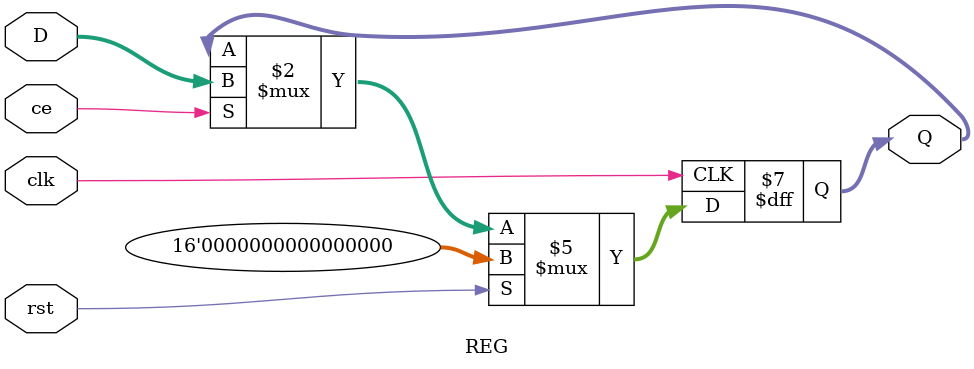
<source format=v>

module REG(clk,rst,ce, D, Q);
	parameter n=16; // Parameter
    input[n-1:0] D;
	input rst,clk,ce;
    output[n-1:0] Q;
    reg[n-1:0] Q;
	
  always @(posedge clk)
	begin
      if(rst) Q<=0;
		else 
          if(ce)
			Q<=D;
	end

endmodule

</source>
